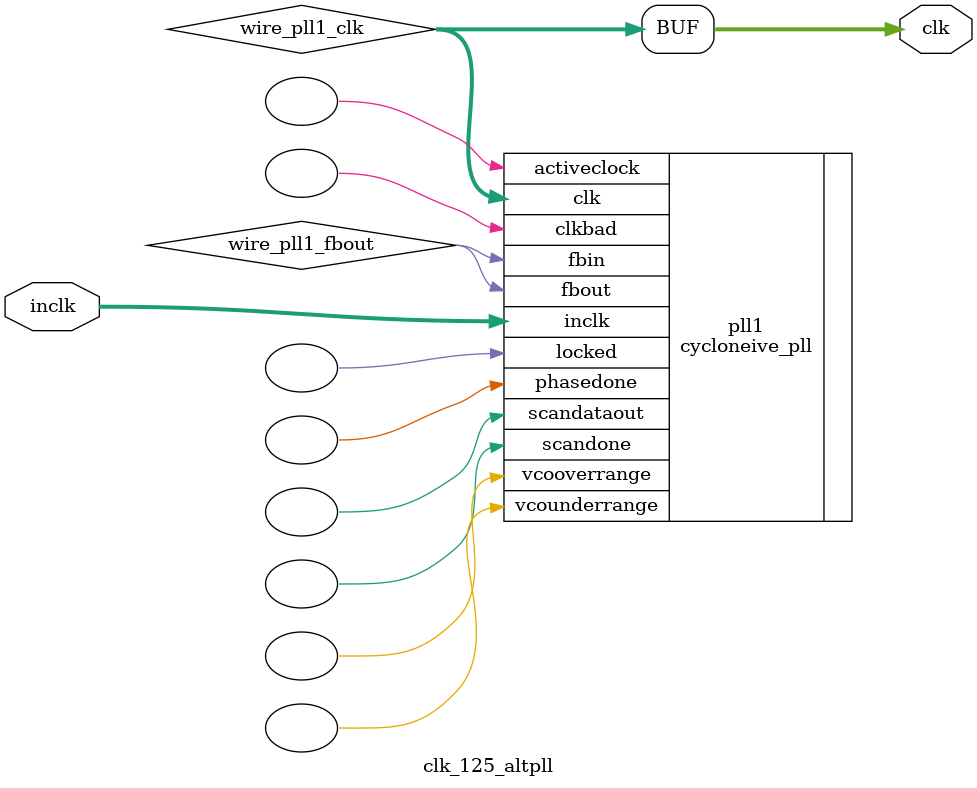
<source format=v>






//synthesis_resources = cycloneive_pll 1 
//synopsys translate_off
`timescale 1 ps / 1 ps
//synopsys translate_on
module  clk_125_altpll
	( 
	clk,
	inclk) /* synthesis synthesis_clearbox=1 */;
	output   [4:0]  clk;
	input   [1:0]  inclk;
`ifndef ALTERA_RESERVED_QIS
// synopsys translate_off
`endif
	tri0   [1:0]  inclk;
`ifndef ALTERA_RESERVED_QIS
// synopsys translate_on
`endif

	wire  [4:0]   wire_pll1_clk;
	wire  wire_pll1_fbout;

	cycloneive_pll   pll1
	( 
	.activeclock(),
	.clk(wire_pll1_clk),
	.clkbad(),
	.fbin(wire_pll1_fbout),
	.fbout(wire_pll1_fbout),
	.inclk(inclk),
	.locked(),
	.phasedone(),
	.scandataout(),
	.scandone(),
	.vcooverrange(),
	.vcounderrange()
	`ifndef FORMAL_VERIFICATION
	// synopsys translate_off
	`endif
	,
	.areset(1'b0),
	.clkswitch(1'b0),
	.configupdate(1'b0),
	.pfdena(1'b1),
	.phasecounterselect({3{1'b0}}),
	.phasestep(1'b0),
	.phaseupdown(1'b0),
	.scanclk(1'b0),
	.scanclkena(1'b1),
	.scandata(1'b0)
	`ifndef FORMAL_VERIFICATION
	// synopsys translate_on
	`endif
	);
	defparam
		pll1.bandwidth_type = "auto",
		pll1.clk0_divide_by = 2,
		pll1.clk0_duty_cycle = 50,
		pll1.clk0_multiply_by = 5,
		pll1.clk0_phase_shift = "0",
		pll1.compensate_clock = "clk0",
		pll1.inclk0_input_frequency = 20000,
		pll1.operation_mode = "source_synchronous",
		pll1.pll_type = "auto",
		pll1.lpm_type = "cycloneive_pll";
	assign
		clk = {wire_pll1_clk[4:0]};
endmodule //clk_125_altpll
//VALID FILE

</source>
